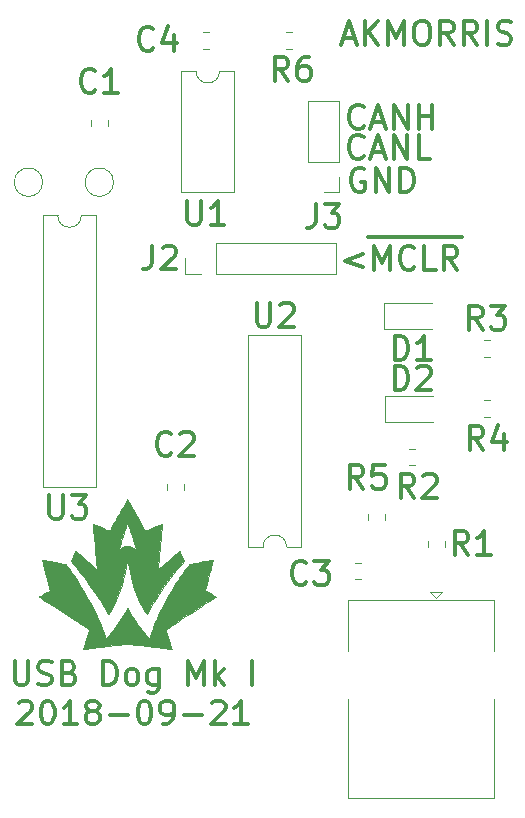
<source format=gto>
G04 #@! TF.GenerationSoftware,KiCad,Pcbnew,5.0.0*
G04 #@! TF.CreationDate,2018-09-21T10:47:12-04:00*
G04 #@! TF.ProjectId,usbdbg,7573626462672E6B696361645F706362,rev?*
G04 #@! TF.SameCoordinates,Original*
G04 #@! TF.FileFunction,Legend,Top*
G04 #@! TF.FilePolarity,Positive*
%FSLAX46Y46*%
G04 Gerber Fmt 4.6, Leading zero omitted, Abs format (unit mm)*
G04 Created by KiCad (PCBNEW 5.0.0) date Fri Sep 21 10:47:12 2018*
%MOMM*%
%LPD*%
G01*
G04 APERTURE LIST*
%ADD10C,0.350000*%
%ADD11C,0.120000*%
%ADD12C,0.010000*%
G04 APERTURE END LIST*
D10*
X152670761Y-60785333D02*
X153623142Y-60785333D01*
X152480285Y-61356761D02*
X153146952Y-59356761D01*
X153813619Y-61356761D01*
X154480285Y-61356761D02*
X154480285Y-59356761D01*
X155623142Y-61356761D02*
X154766000Y-60213904D01*
X155623142Y-59356761D02*
X154480285Y-60499619D01*
X156480285Y-61356761D02*
X156480285Y-59356761D01*
X157146952Y-60785333D01*
X157813619Y-59356761D01*
X157813619Y-61356761D01*
X159146952Y-59356761D02*
X159527904Y-59356761D01*
X159718380Y-59452000D01*
X159908857Y-59642476D01*
X160004095Y-60023428D01*
X160004095Y-60690095D01*
X159908857Y-61071047D01*
X159718380Y-61261523D01*
X159527904Y-61356761D01*
X159146952Y-61356761D01*
X158956476Y-61261523D01*
X158766000Y-61071047D01*
X158670761Y-60690095D01*
X158670761Y-60023428D01*
X158766000Y-59642476D01*
X158956476Y-59452000D01*
X159146952Y-59356761D01*
X162004095Y-61356761D02*
X161337428Y-60404380D01*
X160861238Y-61356761D02*
X160861238Y-59356761D01*
X161623142Y-59356761D01*
X161813619Y-59452000D01*
X161908857Y-59547238D01*
X162004095Y-59737714D01*
X162004095Y-60023428D01*
X161908857Y-60213904D01*
X161813619Y-60309142D01*
X161623142Y-60404380D01*
X160861238Y-60404380D01*
X164004095Y-61356761D02*
X163337428Y-60404380D01*
X162861238Y-61356761D02*
X162861238Y-59356761D01*
X163623142Y-59356761D01*
X163813619Y-59452000D01*
X163908857Y-59547238D01*
X164004095Y-59737714D01*
X164004095Y-60023428D01*
X163908857Y-60213904D01*
X163813619Y-60309142D01*
X163623142Y-60404380D01*
X162861238Y-60404380D01*
X164861238Y-61356761D02*
X164861238Y-59356761D01*
X165718380Y-61261523D02*
X166004095Y-61356761D01*
X166480285Y-61356761D01*
X166670761Y-61261523D01*
X166766000Y-61166285D01*
X166861238Y-60975809D01*
X166861238Y-60785333D01*
X166766000Y-60594857D01*
X166670761Y-60499619D01*
X166480285Y-60404380D01*
X166099333Y-60309142D01*
X165908857Y-60213904D01*
X165813619Y-60118666D01*
X165718380Y-59928190D01*
X165718380Y-59737714D01*
X165813619Y-59547238D01*
X165908857Y-59452000D01*
X166099333Y-59356761D01*
X166575523Y-59356761D01*
X166861238Y-59452000D01*
X154289523Y-79073428D02*
X152765714Y-79644857D01*
X154289523Y-80216285D01*
X154765714Y-77607000D02*
X157051428Y-77607000D01*
X155241904Y-80406761D02*
X155241904Y-78406761D01*
X155908571Y-79835333D01*
X156575238Y-78406761D01*
X156575238Y-80406761D01*
X157051428Y-77607000D02*
X159051428Y-77607000D01*
X158670476Y-80216285D02*
X158575238Y-80311523D01*
X158289523Y-80406761D01*
X158099047Y-80406761D01*
X157813333Y-80311523D01*
X157622857Y-80121047D01*
X157527619Y-79930571D01*
X157432380Y-79549619D01*
X157432380Y-79263904D01*
X157527619Y-78882952D01*
X157622857Y-78692476D01*
X157813333Y-78502000D01*
X158099047Y-78406761D01*
X158289523Y-78406761D01*
X158575238Y-78502000D01*
X158670476Y-78597238D01*
X159051428Y-77607000D02*
X160670476Y-77607000D01*
X160480000Y-80406761D02*
X159527619Y-80406761D01*
X159527619Y-78406761D01*
X160670476Y-77607000D02*
X162670476Y-77607000D01*
X162289523Y-80406761D02*
X161622857Y-79454380D01*
X161146666Y-80406761D02*
X161146666Y-78406761D01*
X161908571Y-78406761D01*
X162099047Y-78502000D01*
X162194285Y-78597238D01*
X162289523Y-78787714D01*
X162289523Y-79073428D01*
X162194285Y-79263904D01*
X162099047Y-79359142D01*
X161908571Y-79454380D01*
X161146666Y-79454380D01*
X154432190Y-71898000D02*
X154241714Y-71802761D01*
X153956000Y-71802761D01*
X153670285Y-71898000D01*
X153479809Y-72088476D01*
X153384571Y-72278952D01*
X153289333Y-72659904D01*
X153289333Y-72945619D01*
X153384571Y-73326571D01*
X153479809Y-73517047D01*
X153670285Y-73707523D01*
X153956000Y-73802761D01*
X154146476Y-73802761D01*
X154432190Y-73707523D01*
X154527428Y-73612285D01*
X154527428Y-72945619D01*
X154146476Y-72945619D01*
X155384571Y-73802761D02*
X155384571Y-71802761D01*
X156527428Y-73802761D01*
X156527428Y-71802761D01*
X157479809Y-73802761D02*
X157479809Y-71802761D01*
X157956000Y-71802761D01*
X158241714Y-71898000D01*
X158432190Y-72088476D01*
X158527428Y-72278952D01*
X158622666Y-72659904D01*
X158622666Y-72945619D01*
X158527428Y-73326571D01*
X158432190Y-73517047D01*
X158241714Y-73707523D01*
X157956000Y-73802761D01*
X157479809Y-73802761D01*
X154368761Y-70818285D02*
X154273523Y-70913523D01*
X153987809Y-71008761D01*
X153797333Y-71008761D01*
X153511619Y-70913523D01*
X153321142Y-70723047D01*
X153225904Y-70532571D01*
X153130666Y-70151619D01*
X153130666Y-69865904D01*
X153225904Y-69484952D01*
X153321142Y-69294476D01*
X153511619Y-69104000D01*
X153797333Y-69008761D01*
X153987809Y-69008761D01*
X154273523Y-69104000D01*
X154368761Y-69199238D01*
X155130666Y-70437333D02*
X156083047Y-70437333D01*
X154940190Y-71008761D02*
X155606857Y-69008761D01*
X156273523Y-71008761D01*
X156940190Y-71008761D02*
X156940190Y-69008761D01*
X158083047Y-71008761D01*
X158083047Y-69008761D01*
X159987809Y-71008761D02*
X159035428Y-71008761D01*
X159035428Y-69008761D01*
X154384666Y-68278285D02*
X154289428Y-68373523D01*
X154003714Y-68468761D01*
X153813238Y-68468761D01*
X153527523Y-68373523D01*
X153337047Y-68183047D01*
X153241809Y-67992571D01*
X153146571Y-67611619D01*
X153146571Y-67325904D01*
X153241809Y-66944952D01*
X153337047Y-66754476D01*
X153527523Y-66564000D01*
X153813238Y-66468761D01*
X154003714Y-66468761D01*
X154289428Y-66564000D01*
X154384666Y-66659238D01*
X155146571Y-67897333D02*
X156098952Y-67897333D01*
X154956095Y-68468761D02*
X155622761Y-66468761D01*
X156289428Y-68468761D01*
X156956095Y-68468761D02*
X156956095Y-66468761D01*
X158098952Y-68468761D01*
X158098952Y-66468761D01*
X159051333Y-68468761D02*
X159051333Y-66468761D01*
X159051333Y-67421142D02*
X160194190Y-67421142D01*
X160194190Y-68468761D02*
X160194190Y-66468761D01*
X124826380Y-113561761D02*
X124826380Y-115180809D01*
X124921619Y-115371285D01*
X125016857Y-115466523D01*
X125207333Y-115561761D01*
X125588285Y-115561761D01*
X125778761Y-115466523D01*
X125874000Y-115371285D01*
X125969238Y-115180809D01*
X125969238Y-113561761D01*
X126826380Y-115466523D02*
X127112095Y-115561761D01*
X127588285Y-115561761D01*
X127778761Y-115466523D01*
X127874000Y-115371285D01*
X127969238Y-115180809D01*
X127969238Y-114990333D01*
X127874000Y-114799857D01*
X127778761Y-114704619D01*
X127588285Y-114609380D01*
X127207333Y-114514142D01*
X127016857Y-114418904D01*
X126921619Y-114323666D01*
X126826380Y-114133190D01*
X126826380Y-113942714D01*
X126921619Y-113752238D01*
X127016857Y-113657000D01*
X127207333Y-113561761D01*
X127683523Y-113561761D01*
X127969238Y-113657000D01*
X129493047Y-114514142D02*
X129778761Y-114609380D01*
X129874000Y-114704619D01*
X129969238Y-114895095D01*
X129969238Y-115180809D01*
X129874000Y-115371285D01*
X129778761Y-115466523D01*
X129588285Y-115561761D01*
X128826380Y-115561761D01*
X128826380Y-113561761D01*
X129493047Y-113561761D01*
X129683523Y-113657000D01*
X129778761Y-113752238D01*
X129874000Y-113942714D01*
X129874000Y-114133190D01*
X129778761Y-114323666D01*
X129683523Y-114418904D01*
X129493047Y-114514142D01*
X128826380Y-114514142D01*
X132350190Y-115561761D02*
X132350190Y-113561761D01*
X132826380Y-113561761D01*
X133112095Y-113657000D01*
X133302571Y-113847476D01*
X133397809Y-114037952D01*
X133493047Y-114418904D01*
X133493047Y-114704619D01*
X133397809Y-115085571D01*
X133302571Y-115276047D01*
X133112095Y-115466523D01*
X132826380Y-115561761D01*
X132350190Y-115561761D01*
X134635904Y-115561761D02*
X134445428Y-115466523D01*
X134350190Y-115371285D01*
X134254952Y-115180809D01*
X134254952Y-114609380D01*
X134350190Y-114418904D01*
X134445428Y-114323666D01*
X134635904Y-114228428D01*
X134921619Y-114228428D01*
X135112095Y-114323666D01*
X135207333Y-114418904D01*
X135302571Y-114609380D01*
X135302571Y-115180809D01*
X135207333Y-115371285D01*
X135112095Y-115466523D01*
X134921619Y-115561761D01*
X134635904Y-115561761D01*
X137016857Y-114228428D02*
X137016857Y-115847476D01*
X136921619Y-116037952D01*
X136826380Y-116133190D01*
X136635904Y-116228428D01*
X136350190Y-116228428D01*
X136159714Y-116133190D01*
X137016857Y-115466523D02*
X136826380Y-115561761D01*
X136445428Y-115561761D01*
X136254952Y-115466523D01*
X136159714Y-115371285D01*
X136064476Y-115180809D01*
X136064476Y-114609380D01*
X136159714Y-114418904D01*
X136254952Y-114323666D01*
X136445428Y-114228428D01*
X136826380Y-114228428D01*
X137016857Y-114323666D01*
X139493047Y-115561761D02*
X139493047Y-113561761D01*
X140159714Y-114990333D01*
X140826380Y-113561761D01*
X140826380Y-115561761D01*
X141778761Y-115561761D02*
X141778761Y-113561761D01*
X141969238Y-114799857D02*
X142540666Y-115561761D01*
X142540666Y-114228428D02*
X141778761Y-114990333D01*
X144921619Y-115561761D02*
X144921619Y-113561761D01*
X125159714Y-117102238D02*
X125254952Y-117007000D01*
X125445428Y-116911761D01*
X125921619Y-116911761D01*
X126112095Y-117007000D01*
X126207333Y-117102238D01*
X126302571Y-117292714D01*
X126302571Y-117483190D01*
X126207333Y-117768904D01*
X125064476Y-118911761D01*
X126302571Y-118911761D01*
X127540666Y-116911761D02*
X127731142Y-116911761D01*
X127921619Y-117007000D01*
X128016857Y-117102238D01*
X128112095Y-117292714D01*
X128207333Y-117673666D01*
X128207333Y-118149857D01*
X128112095Y-118530809D01*
X128016857Y-118721285D01*
X127921619Y-118816523D01*
X127731142Y-118911761D01*
X127540666Y-118911761D01*
X127350190Y-118816523D01*
X127254952Y-118721285D01*
X127159714Y-118530809D01*
X127064476Y-118149857D01*
X127064476Y-117673666D01*
X127159714Y-117292714D01*
X127254952Y-117102238D01*
X127350190Y-117007000D01*
X127540666Y-116911761D01*
X130112095Y-118911761D02*
X128969238Y-118911761D01*
X129540666Y-118911761D02*
X129540666Y-116911761D01*
X129350190Y-117197476D01*
X129159714Y-117387952D01*
X128969238Y-117483190D01*
X131254952Y-117768904D02*
X131064476Y-117673666D01*
X130969238Y-117578428D01*
X130874000Y-117387952D01*
X130874000Y-117292714D01*
X130969238Y-117102238D01*
X131064476Y-117007000D01*
X131254952Y-116911761D01*
X131635904Y-116911761D01*
X131826380Y-117007000D01*
X131921619Y-117102238D01*
X132016857Y-117292714D01*
X132016857Y-117387952D01*
X131921619Y-117578428D01*
X131826380Y-117673666D01*
X131635904Y-117768904D01*
X131254952Y-117768904D01*
X131064476Y-117864142D01*
X130969238Y-117959380D01*
X130874000Y-118149857D01*
X130874000Y-118530809D01*
X130969238Y-118721285D01*
X131064476Y-118816523D01*
X131254952Y-118911761D01*
X131635904Y-118911761D01*
X131826380Y-118816523D01*
X131921619Y-118721285D01*
X132016857Y-118530809D01*
X132016857Y-118149857D01*
X131921619Y-117959380D01*
X131826380Y-117864142D01*
X131635904Y-117768904D01*
X132874000Y-118149857D02*
X134397809Y-118149857D01*
X135731142Y-116911761D02*
X135921619Y-116911761D01*
X136112095Y-117007000D01*
X136207333Y-117102238D01*
X136302571Y-117292714D01*
X136397809Y-117673666D01*
X136397809Y-118149857D01*
X136302571Y-118530809D01*
X136207333Y-118721285D01*
X136112095Y-118816523D01*
X135921619Y-118911761D01*
X135731142Y-118911761D01*
X135540666Y-118816523D01*
X135445428Y-118721285D01*
X135350190Y-118530809D01*
X135254952Y-118149857D01*
X135254952Y-117673666D01*
X135350190Y-117292714D01*
X135445428Y-117102238D01*
X135540666Y-117007000D01*
X135731142Y-116911761D01*
X137350190Y-118911761D02*
X137731142Y-118911761D01*
X137921619Y-118816523D01*
X138016857Y-118721285D01*
X138207333Y-118435571D01*
X138302571Y-118054619D01*
X138302571Y-117292714D01*
X138207333Y-117102238D01*
X138112095Y-117007000D01*
X137921619Y-116911761D01*
X137540666Y-116911761D01*
X137350190Y-117007000D01*
X137254952Y-117102238D01*
X137159714Y-117292714D01*
X137159714Y-117768904D01*
X137254952Y-117959380D01*
X137350190Y-118054619D01*
X137540666Y-118149857D01*
X137921619Y-118149857D01*
X138112095Y-118054619D01*
X138207333Y-117959380D01*
X138302571Y-117768904D01*
X139159714Y-118149857D02*
X140683523Y-118149857D01*
X141540666Y-117102238D02*
X141635904Y-117007000D01*
X141826380Y-116911761D01*
X142302571Y-116911761D01*
X142493047Y-117007000D01*
X142588285Y-117102238D01*
X142683523Y-117292714D01*
X142683523Y-117483190D01*
X142588285Y-117768904D01*
X141445428Y-118911761D01*
X142683523Y-118911761D01*
X144588285Y-118911761D02*
X143445428Y-118911761D01*
X144016857Y-118911761D02*
X144016857Y-116911761D01*
X143826380Y-117197476D01*
X143635904Y-117387952D01*
X143445428Y-117483190D01*
D11*
G04 #@! TO.C,J3*
X152330000Y-66130000D02*
X149670000Y-66130000D01*
X152330000Y-71270000D02*
X152330000Y-66130000D01*
X149670000Y-71270000D02*
X149670000Y-66130000D01*
X152330000Y-71270000D02*
X149670000Y-71270000D01*
X152330000Y-72540000D02*
X152330000Y-73870000D01*
X152330000Y-73870000D02*
X151000000Y-73870000D01*
G04 #@! TO.C,U1*
X142190000Y-63590000D02*
G75*
G02X140190000Y-63590000I-1000000J0D01*
G01*
X140190000Y-63590000D02*
X138940000Y-63590000D01*
X138940000Y-63590000D02*
X138940000Y-73870000D01*
X138940000Y-73870000D02*
X143440000Y-73870000D01*
X143440000Y-73870000D02*
X143440000Y-63590000D01*
X143440000Y-63590000D02*
X142190000Y-63590000D01*
G04 #@! TO.C,C1*
X132710000Y-68261252D02*
X132710000Y-67738748D01*
X131290000Y-68261252D02*
X131290000Y-67738748D01*
G04 #@! TO.C,C2*
X139140000Y-98535748D02*
X139140000Y-99058252D01*
X137720000Y-98535748D02*
X137720000Y-99058252D01*
G04 #@! TO.C,C3*
X153662748Y-106628000D02*
X154185252Y-106628000D01*
X153662748Y-105208000D02*
X154185252Y-105208000D01*
G04 #@! TO.C,C4*
X141286252Y-61710000D02*
X140763748Y-61710000D01*
X141286252Y-60290000D02*
X140763748Y-60290000D01*
G04 #@! TO.C,J2*
X152058000Y-80774000D02*
X152058000Y-78114000D01*
X141838000Y-80774000D02*
X152058000Y-80774000D01*
X141838000Y-78114000D02*
X152058000Y-78114000D01*
X141838000Y-80774000D02*
X141838000Y-78114000D01*
X140568000Y-80774000D02*
X139238000Y-80774000D01*
X139238000Y-80774000D02*
X139238000Y-79444000D01*
G04 #@! TO.C,J1*
X165410000Y-112660000D02*
X165410000Y-108400000D01*
X165410000Y-108400000D02*
X153090000Y-108400000D01*
X153090000Y-108400000D02*
X153090000Y-112660000D01*
X165410000Y-116760000D02*
X165410000Y-125120000D01*
X165410000Y-125120000D02*
X153090000Y-125120000D01*
X153090000Y-125120000D02*
X153090000Y-116760000D01*
X160500000Y-108180000D02*
X161000000Y-107680000D01*
X161000000Y-107680000D02*
X160000000Y-107680000D01*
X160000000Y-107680000D02*
X160500000Y-108180000D01*
G04 #@! TO.C,D1*
X156072500Y-85463000D02*
X160132500Y-85463000D01*
X156072500Y-83193000D02*
X156072500Y-85463000D01*
X160132500Y-83193000D02*
X156072500Y-83193000D01*
G04 #@! TO.C,D2*
X160280500Y-91067000D02*
X156220500Y-91067000D01*
X156220500Y-91067000D02*
X156220500Y-93337000D01*
X156220500Y-93337000D02*
X160280500Y-93337000D01*
G04 #@! TO.C,U2*
X145858000Y-103874000D02*
G75*
G02X147858000Y-103874000I1000000J0D01*
G01*
X147858000Y-103874000D02*
X149108000Y-103874000D01*
X149108000Y-103874000D02*
X149108000Y-85974000D01*
X149108000Y-85974000D02*
X144608000Y-85974000D01*
X144608000Y-85974000D02*
X144608000Y-103874000D01*
X144608000Y-103874000D02*
X145858000Y-103874000D01*
G04 #@! TO.C,U3*
X130478000Y-75814000D02*
G75*
G02X128478000Y-75814000I-1000000J0D01*
G01*
X128478000Y-75814000D02*
X127228000Y-75814000D01*
X127228000Y-75814000D02*
X127228000Y-98794000D01*
X127228000Y-98794000D02*
X131728000Y-98794000D01*
X131728000Y-98794000D02*
X131728000Y-75814000D01*
X131728000Y-75814000D02*
X130478000Y-75814000D01*
G04 #@! TO.C,R1*
X159818000Y-103370748D02*
X159818000Y-103893252D01*
X161238000Y-103370748D02*
X161238000Y-103893252D01*
G04 #@! TO.C,R2*
X158766252Y-96976000D02*
X158243748Y-96976000D01*
X158766252Y-95556000D02*
X158243748Y-95556000D01*
G04 #@! TO.C,R3*
X164527748Y-87810000D02*
X165050252Y-87810000D01*
X164527748Y-86390000D02*
X165050252Y-86390000D01*
G04 #@! TO.C,R4*
X165075252Y-92885000D02*
X164552748Y-92885000D01*
X165075252Y-91465000D02*
X164552748Y-91465000D01*
G04 #@! TO.C,R5*
X156158000Y-101607252D02*
X156158000Y-101084748D01*
X154738000Y-101607252D02*
X154738000Y-101084748D01*
G04 #@! TO.C,R6*
X148286252Y-61710000D02*
X147763748Y-61710000D01*
X148286252Y-60290000D02*
X147763748Y-60290000D01*
G04 #@! TO.C,TP2*
X133200000Y-73000000D02*
G75*
G03X133200000Y-73000000I-1200000J0D01*
G01*
G04 #@! TO.C,TP1*
X127200000Y-73000000D02*
G75*
G03X127200000Y-73000000I-1200000J0D01*
G01*
D12*
G04 #@! TO.C,G\002A\002A\002A*
G36*
X134389736Y-99867442D02*
X134421531Y-99918919D01*
X134470171Y-100001171D01*
X134534005Y-100111305D01*
X134611384Y-100246429D01*
X134700658Y-100403650D01*
X134800177Y-100580075D01*
X134908290Y-100772813D01*
X135023348Y-100978971D01*
X135123134Y-101158554D01*
X135242867Y-101374413D01*
X135356922Y-101579941D01*
X135463648Y-101772168D01*
X135561393Y-101948123D01*
X135648506Y-102104837D01*
X135723335Y-102239340D01*
X135784229Y-102348662D01*
X135829537Y-102429833D01*
X135857608Y-102479885D01*
X135866590Y-102495597D01*
X135879257Y-102499807D01*
X135908807Y-102494857D01*
X135958304Y-102479563D01*
X136030814Y-102452743D01*
X136129402Y-102413213D01*
X136257135Y-102359790D01*
X136417078Y-102291291D01*
X136587739Y-102217237D01*
X136748035Y-102147880D01*
X136896205Y-102084713D01*
X137027935Y-102029504D01*
X137138910Y-101984022D01*
X137224814Y-101950034D01*
X137281331Y-101929306D01*
X137304147Y-101923608D01*
X137304294Y-101923714D01*
X137304236Y-101945926D01*
X137300381Y-102006765D01*
X137292987Y-102103310D01*
X137282314Y-102232644D01*
X137268620Y-102391848D01*
X137252162Y-102578002D01*
X137233200Y-102788189D01*
X137211992Y-103019490D01*
X137188797Y-103268985D01*
X137163873Y-103533756D01*
X137137479Y-103810885D01*
X137133060Y-103856973D01*
X137106411Y-104135730D01*
X137081103Y-104402525D01*
X137057399Y-104654445D01*
X137035566Y-104888582D01*
X137015869Y-105102025D01*
X136998571Y-105291863D01*
X136983937Y-105455187D01*
X136972234Y-105589087D01*
X136963725Y-105690651D01*
X136958675Y-105756970D01*
X136957350Y-105785134D01*
X136957508Y-105785912D01*
X136974240Y-105774040D01*
X137019336Y-105736779D01*
X137090023Y-105676543D01*
X137183530Y-105595745D01*
X137297084Y-105496801D01*
X137427914Y-105382124D01*
X137573247Y-105254127D01*
X137730313Y-105115225D01*
X137869224Y-104991941D01*
X138034319Y-104845442D01*
X138190251Y-104707569D01*
X138334214Y-104580771D01*
X138463399Y-104467495D01*
X138575001Y-104370191D01*
X138666213Y-104291306D01*
X138734228Y-104233291D01*
X138776239Y-104198593D01*
X138789347Y-104189255D01*
X138795720Y-104193928D01*
X138805511Y-104210260D01*
X138820077Y-104241721D01*
X138840777Y-104291780D01*
X138868968Y-104363908D01*
X138906007Y-104461574D01*
X138953253Y-104588248D01*
X139012061Y-104747400D01*
X139079968Y-104932088D01*
X139141971Y-105100968D01*
X138964118Y-105306143D01*
X138734651Y-105577579D01*
X138493969Y-105874765D01*
X138245449Y-106192874D01*
X137992465Y-106527075D01*
X137738395Y-106872541D01*
X137486614Y-107224443D01*
X137240499Y-107577951D01*
X137003424Y-107928238D01*
X136778768Y-108270473D01*
X136569904Y-108599829D01*
X136380210Y-108911477D01*
X136213061Y-109200588D01*
X136112098Y-109385428D01*
X135998754Y-109598928D01*
X135929906Y-109498860D01*
X135798659Y-109293829D01*
X135662660Y-109054876D01*
X135525181Y-108789043D01*
X135389492Y-108503372D01*
X135258862Y-108204906D01*
X135136563Y-107900687D01*
X135025865Y-107597756D01*
X134971257Y-107434695D01*
X134872786Y-107113682D01*
X134774221Y-106761028D01*
X134678049Y-106386757D01*
X134586753Y-106000890D01*
X134502819Y-105613449D01*
X134437519Y-105281834D01*
X134378384Y-104965620D01*
X134270937Y-105500979D01*
X134152198Y-106058487D01*
X134027114Y-106577758D01*
X133894559Y-107061969D01*
X133753409Y-107514299D01*
X133602537Y-107937924D01*
X133440819Y-108336022D01*
X133267129Y-108711770D01*
X133080343Y-109068346D01*
X132897209Y-109380186D01*
X132847346Y-109459411D01*
X132804723Y-109524647D01*
X132774507Y-109568136D01*
X132762777Y-109582032D01*
X132747286Y-109568985D01*
X132718449Y-109526099D01*
X132681172Y-109461076D01*
X132659355Y-109419655D01*
X132538046Y-109193624D01*
X132392215Y-108940424D01*
X132224824Y-108664301D01*
X132038836Y-108369502D01*
X131837215Y-108060272D01*
X131622924Y-107740859D01*
X131398926Y-107415507D01*
X131168184Y-107088463D01*
X130933662Y-106763975D01*
X130698322Y-106446286D01*
X130465129Y-106139645D01*
X130237044Y-105848297D01*
X130017032Y-105576488D01*
X129808055Y-105328464D01*
X129788754Y-105306143D01*
X129610901Y-105100968D01*
X129672903Y-104932088D01*
X129743979Y-104738798D01*
X129802197Y-104581289D01*
X129848913Y-104456091D01*
X129885482Y-104359738D01*
X129913260Y-104288761D01*
X129933604Y-104239694D01*
X129947867Y-104209067D01*
X129957407Y-104193415D01*
X129963302Y-104189255D01*
X129981568Y-104202740D01*
X130028179Y-104241561D01*
X130100328Y-104303273D01*
X130195208Y-104385428D01*
X130310012Y-104485578D01*
X130441934Y-104601277D01*
X130588168Y-104730077D01*
X130745906Y-104869532D01*
X130883658Y-104991709D01*
X131048500Y-105137854D01*
X131203926Y-105275132D01*
X131347166Y-105401129D01*
X131475447Y-105513432D01*
X131585997Y-105609627D01*
X131676044Y-105687303D01*
X131742817Y-105744044D01*
X131783543Y-105777438D01*
X131795596Y-105785680D01*
X131794878Y-105764138D01*
X131790394Y-105703958D01*
X131782408Y-105608052D01*
X131771186Y-105479328D01*
X131756994Y-105320696D01*
X131740096Y-105135067D01*
X131720757Y-104925349D01*
X131699243Y-104694452D01*
X131675819Y-104445287D01*
X131650750Y-104180763D01*
X131647510Y-104146830D01*
X133618064Y-104146830D01*
X133625690Y-104149056D01*
X133656359Y-104126470D01*
X133703685Y-104083862D01*
X133709809Y-104077989D01*
X133783642Y-104016529D01*
X133875389Y-103953530D01*
X133959016Y-103905905D01*
X134145297Y-103835170D01*
X134334392Y-103804969D01*
X134522177Y-103814674D01*
X134704522Y-103863659D01*
X134877302Y-103951295D01*
X135027176Y-104068234D01*
X135080589Y-104115820D01*
X135118505Y-104144926D01*
X135134665Y-104150923D01*
X135134332Y-104147513D01*
X135126281Y-104122411D01*
X135106937Y-104061030D01*
X135077416Y-103966946D01*
X135038837Y-103843732D01*
X134992317Y-103694964D01*
X134938976Y-103524217D01*
X134879929Y-103335066D01*
X134816296Y-103131086D01*
X134752532Y-102926560D01*
X134685854Y-102712746D01*
X134622902Y-102511115D01*
X134564765Y-102325137D01*
X134512530Y-102158282D01*
X134467286Y-102014022D01*
X134430123Y-101895827D01*
X134402127Y-101807169D01*
X134384389Y-101751517D01*
X134378009Y-101732351D01*
X134371308Y-101750873D01*
X134353299Y-101805826D01*
X134325066Y-101893779D01*
X134287694Y-102011305D01*
X134242267Y-102154972D01*
X134189870Y-102321353D01*
X134131587Y-102507016D01*
X134068502Y-102708534D01*
X134001849Y-102921998D01*
X133934722Y-103137156D01*
X133871107Y-103340870D01*
X133812123Y-103529575D01*
X133758886Y-103699707D01*
X133712514Y-103847699D01*
X133674122Y-103969988D01*
X133644829Y-104063009D01*
X133625751Y-104123196D01*
X133618064Y-104146830D01*
X131647510Y-104146830D01*
X131624302Y-103903790D01*
X131619812Y-103856973D01*
X131593204Y-103578103D01*
X131568029Y-103311113D01*
X131544544Y-103058920D01*
X131523007Y-102824444D01*
X131503678Y-102610604D01*
X131486813Y-102420320D01*
X131472672Y-102256509D01*
X131461512Y-102122092D01*
X131453592Y-102019987D01*
X131449170Y-101953113D01*
X131448504Y-101924390D01*
X131448768Y-101923524D01*
X131470250Y-101928546D01*
X131525591Y-101948651D01*
X131610464Y-101982070D01*
X131720538Y-102027033D01*
X131851484Y-102081772D01*
X131998974Y-102144517D01*
X132158677Y-102213501D01*
X132161978Y-102214937D01*
X132321717Y-102284375D01*
X132469036Y-102348254D01*
X132599642Y-102404727D01*
X132709243Y-102451945D01*
X132793547Y-102488057D01*
X132848262Y-102511216D01*
X132869095Y-102519572D01*
X132869137Y-102519576D01*
X132880160Y-102501787D01*
X132909779Y-102450327D01*
X132956392Y-102368057D01*
X133018401Y-102257837D01*
X133094205Y-102122527D01*
X133182204Y-101964987D01*
X133280798Y-101788080D01*
X133388386Y-101594663D01*
X133503370Y-101387599D01*
X133615939Y-101184564D01*
X133736619Y-100967243D01*
X133851736Y-100760914D01*
X133959660Y-100568442D01*
X134058759Y-100392690D01*
X134147400Y-100236524D01*
X134223952Y-100102808D01*
X134286783Y-99994405D01*
X134334261Y-99914181D01*
X134364755Y-99865000D01*
X134376436Y-99849631D01*
X134389736Y-99867442D01*
X134389736Y-99867442D01*
G37*
X134389736Y-99867442D02*
X134421531Y-99918919D01*
X134470171Y-100001171D01*
X134534005Y-100111305D01*
X134611384Y-100246429D01*
X134700658Y-100403650D01*
X134800177Y-100580075D01*
X134908290Y-100772813D01*
X135023348Y-100978971D01*
X135123134Y-101158554D01*
X135242867Y-101374413D01*
X135356922Y-101579941D01*
X135463648Y-101772168D01*
X135561393Y-101948123D01*
X135648506Y-102104837D01*
X135723335Y-102239340D01*
X135784229Y-102348662D01*
X135829537Y-102429833D01*
X135857608Y-102479885D01*
X135866590Y-102495597D01*
X135879257Y-102499807D01*
X135908807Y-102494857D01*
X135958304Y-102479563D01*
X136030814Y-102452743D01*
X136129402Y-102413213D01*
X136257135Y-102359790D01*
X136417078Y-102291291D01*
X136587739Y-102217237D01*
X136748035Y-102147880D01*
X136896205Y-102084713D01*
X137027935Y-102029504D01*
X137138910Y-101984022D01*
X137224814Y-101950034D01*
X137281331Y-101929306D01*
X137304147Y-101923608D01*
X137304294Y-101923714D01*
X137304236Y-101945926D01*
X137300381Y-102006765D01*
X137292987Y-102103310D01*
X137282314Y-102232644D01*
X137268620Y-102391848D01*
X137252162Y-102578002D01*
X137233200Y-102788189D01*
X137211992Y-103019490D01*
X137188797Y-103268985D01*
X137163873Y-103533756D01*
X137137479Y-103810885D01*
X137133060Y-103856973D01*
X137106411Y-104135730D01*
X137081103Y-104402525D01*
X137057399Y-104654445D01*
X137035566Y-104888582D01*
X137015869Y-105102025D01*
X136998571Y-105291863D01*
X136983937Y-105455187D01*
X136972234Y-105589087D01*
X136963725Y-105690651D01*
X136958675Y-105756970D01*
X136957350Y-105785134D01*
X136957508Y-105785912D01*
X136974240Y-105774040D01*
X137019336Y-105736779D01*
X137090023Y-105676543D01*
X137183530Y-105595745D01*
X137297084Y-105496801D01*
X137427914Y-105382124D01*
X137573247Y-105254127D01*
X137730313Y-105115225D01*
X137869224Y-104991941D01*
X138034319Y-104845442D01*
X138190251Y-104707569D01*
X138334214Y-104580771D01*
X138463399Y-104467495D01*
X138575001Y-104370191D01*
X138666213Y-104291306D01*
X138734228Y-104233291D01*
X138776239Y-104198593D01*
X138789347Y-104189255D01*
X138795720Y-104193928D01*
X138805511Y-104210260D01*
X138820077Y-104241721D01*
X138840777Y-104291780D01*
X138868968Y-104363908D01*
X138906007Y-104461574D01*
X138953253Y-104588248D01*
X139012061Y-104747400D01*
X139079968Y-104932088D01*
X139141971Y-105100968D01*
X138964118Y-105306143D01*
X138734651Y-105577579D01*
X138493969Y-105874765D01*
X138245449Y-106192874D01*
X137992465Y-106527075D01*
X137738395Y-106872541D01*
X137486614Y-107224443D01*
X137240499Y-107577951D01*
X137003424Y-107928238D01*
X136778768Y-108270473D01*
X136569904Y-108599829D01*
X136380210Y-108911477D01*
X136213061Y-109200588D01*
X136112098Y-109385428D01*
X135998754Y-109598928D01*
X135929906Y-109498860D01*
X135798659Y-109293829D01*
X135662660Y-109054876D01*
X135525181Y-108789043D01*
X135389492Y-108503372D01*
X135258862Y-108204906D01*
X135136563Y-107900687D01*
X135025865Y-107597756D01*
X134971257Y-107434695D01*
X134872786Y-107113682D01*
X134774221Y-106761028D01*
X134678049Y-106386757D01*
X134586753Y-106000890D01*
X134502819Y-105613449D01*
X134437519Y-105281834D01*
X134378384Y-104965620D01*
X134270937Y-105500979D01*
X134152198Y-106058487D01*
X134027114Y-106577758D01*
X133894559Y-107061969D01*
X133753409Y-107514299D01*
X133602537Y-107937924D01*
X133440819Y-108336022D01*
X133267129Y-108711770D01*
X133080343Y-109068346D01*
X132897209Y-109380186D01*
X132847346Y-109459411D01*
X132804723Y-109524647D01*
X132774507Y-109568136D01*
X132762777Y-109582032D01*
X132747286Y-109568985D01*
X132718449Y-109526099D01*
X132681172Y-109461076D01*
X132659355Y-109419655D01*
X132538046Y-109193624D01*
X132392215Y-108940424D01*
X132224824Y-108664301D01*
X132038836Y-108369502D01*
X131837215Y-108060272D01*
X131622924Y-107740859D01*
X131398926Y-107415507D01*
X131168184Y-107088463D01*
X130933662Y-106763975D01*
X130698322Y-106446286D01*
X130465129Y-106139645D01*
X130237044Y-105848297D01*
X130017032Y-105576488D01*
X129808055Y-105328464D01*
X129788754Y-105306143D01*
X129610901Y-105100968D01*
X129672903Y-104932088D01*
X129743979Y-104738798D01*
X129802197Y-104581289D01*
X129848913Y-104456091D01*
X129885482Y-104359738D01*
X129913260Y-104288761D01*
X129933604Y-104239694D01*
X129947867Y-104209067D01*
X129957407Y-104193415D01*
X129963302Y-104189255D01*
X129981568Y-104202740D01*
X130028179Y-104241561D01*
X130100328Y-104303273D01*
X130195208Y-104385428D01*
X130310012Y-104485578D01*
X130441934Y-104601277D01*
X130588168Y-104730077D01*
X130745906Y-104869532D01*
X130883658Y-104991709D01*
X131048500Y-105137854D01*
X131203926Y-105275132D01*
X131347166Y-105401129D01*
X131475447Y-105513432D01*
X131585997Y-105609627D01*
X131676044Y-105687303D01*
X131742817Y-105744044D01*
X131783543Y-105777438D01*
X131795596Y-105785680D01*
X131794878Y-105764138D01*
X131790394Y-105703958D01*
X131782408Y-105608052D01*
X131771186Y-105479328D01*
X131756994Y-105320696D01*
X131740096Y-105135067D01*
X131720757Y-104925349D01*
X131699243Y-104694452D01*
X131675819Y-104445287D01*
X131650750Y-104180763D01*
X131647510Y-104146830D01*
X133618064Y-104146830D01*
X133625690Y-104149056D01*
X133656359Y-104126470D01*
X133703685Y-104083862D01*
X133709809Y-104077989D01*
X133783642Y-104016529D01*
X133875389Y-103953530D01*
X133959016Y-103905905D01*
X134145297Y-103835170D01*
X134334392Y-103804969D01*
X134522177Y-103814674D01*
X134704522Y-103863659D01*
X134877302Y-103951295D01*
X135027176Y-104068234D01*
X135080589Y-104115820D01*
X135118505Y-104144926D01*
X135134665Y-104150923D01*
X135134332Y-104147513D01*
X135126281Y-104122411D01*
X135106937Y-104061030D01*
X135077416Y-103966946D01*
X135038837Y-103843732D01*
X134992317Y-103694964D01*
X134938976Y-103524217D01*
X134879929Y-103335066D01*
X134816296Y-103131086D01*
X134752532Y-102926560D01*
X134685854Y-102712746D01*
X134622902Y-102511115D01*
X134564765Y-102325137D01*
X134512530Y-102158282D01*
X134467286Y-102014022D01*
X134430123Y-101895827D01*
X134402127Y-101807169D01*
X134384389Y-101751517D01*
X134378009Y-101732351D01*
X134371308Y-101750873D01*
X134353299Y-101805826D01*
X134325066Y-101893779D01*
X134287694Y-102011305D01*
X134242267Y-102154972D01*
X134189870Y-102321353D01*
X134131587Y-102507016D01*
X134068502Y-102708534D01*
X134001849Y-102921998D01*
X133934722Y-103137156D01*
X133871107Y-103340870D01*
X133812123Y-103529575D01*
X133758886Y-103699707D01*
X133712514Y-103847699D01*
X133674122Y-103969988D01*
X133644829Y-104063009D01*
X133625751Y-104123196D01*
X133618064Y-104146830D01*
X131647510Y-104146830D01*
X131624302Y-103903790D01*
X131619812Y-103856973D01*
X131593204Y-103578103D01*
X131568029Y-103311113D01*
X131544544Y-103058920D01*
X131523007Y-102824444D01*
X131503678Y-102610604D01*
X131486813Y-102420320D01*
X131472672Y-102256509D01*
X131461512Y-102122092D01*
X131453592Y-102019987D01*
X131449170Y-101953113D01*
X131448504Y-101924390D01*
X131448768Y-101923524D01*
X131470250Y-101928546D01*
X131525591Y-101948651D01*
X131610464Y-101982070D01*
X131720538Y-102027033D01*
X131851484Y-102081772D01*
X131998974Y-102144517D01*
X132158677Y-102213501D01*
X132161978Y-102214937D01*
X132321717Y-102284375D01*
X132469036Y-102348254D01*
X132599642Y-102404727D01*
X132709243Y-102451945D01*
X132793547Y-102488057D01*
X132848262Y-102511216D01*
X132869095Y-102519572D01*
X132869137Y-102519576D01*
X132880160Y-102501787D01*
X132909779Y-102450327D01*
X132956392Y-102368057D01*
X133018401Y-102257837D01*
X133094205Y-102122527D01*
X133182204Y-101964987D01*
X133280798Y-101788080D01*
X133388386Y-101594663D01*
X133503370Y-101387599D01*
X133615939Y-101184564D01*
X133736619Y-100967243D01*
X133851736Y-100760914D01*
X133959660Y-100568442D01*
X134058759Y-100392690D01*
X134147400Y-100236524D01*
X134223952Y-100102808D01*
X134286783Y-99994405D01*
X134334261Y-99914181D01*
X134364755Y-99865000D01*
X134376436Y-99849631D01*
X134389736Y-99867442D01*
G36*
X127170062Y-104954241D02*
X127228055Y-104964529D01*
X127318987Y-104981415D01*
X127438855Y-105004135D01*
X127583656Y-105031924D01*
X127749388Y-105064019D01*
X127932049Y-105099656D01*
X128127635Y-105138072D01*
X128130991Y-105138733D01*
X128372674Y-105186689D01*
X128576012Y-105227803D01*
X128743728Y-105262693D01*
X128878547Y-105291979D01*
X128983192Y-105316281D01*
X129060389Y-105336218D01*
X129112860Y-105352409D01*
X129143329Y-105365474D01*
X129150735Y-105370630D01*
X129188139Y-105410887D01*
X129245581Y-105481155D01*
X129319723Y-105576860D01*
X129407230Y-105693429D01*
X129504765Y-105826288D01*
X129608992Y-105970865D01*
X129716574Y-106122585D01*
X129824176Y-106276876D01*
X129928461Y-106429164D01*
X129994018Y-106526603D01*
X130303738Y-107003774D01*
X130607186Y-107496964D01*
X130900912Y-107999785D01*
X131181468Y-108505848D01*
X131445405Y-109008763D01*
X131689273Y-109502142D01*
X131909625Y-109979595D01*
X132100966Y-110429683D01*
X132149206Y-110552689D01*
X132201641Y-110693073D01*
X132255811Y-110843573D01*
X132309254Y-110996924D01*
X132359510Y-111145863D01*
X132404119Y-111283127D01*
X132440619Y-111401453D01*
X132466549Y-111493578D01*
X132477683Y-111541645D01*
X132490454Y-111591560D01*
X132503871Y-111618041D01*
X132506739Y-111619329D01*
X132526767Y-111604213D01*
X132569709Y-111561948D01*
X132631412Y-111497162D01*
X132707719Y-111414481D01*
X132794477Y-111318532D01*
X132887531Y-111213942D01*
X132982726Y-111105337D01*
X133075907Y-110997344D01*
X133162920Y-110894589D01*
X133226460Y-110817844D01*
X133421053Y-110572214D01*
X133600248Y-110329228D01*
X133770415Y-110079365D01*
X133937920Y-109813104D01*
X134109131Y-109520925D01*
X134188483Y-109379533D01*
X134247571Y-109275418D01*
X134300515Y-109186671D01*
X134343867Y-109118707D01*
X134374180Y-109076940D01*
X134387771Y-109066468D01*
X134403568Y-109090637D01*
X134434509Y-109143727D01*
X134476085Y-109217833D01*
X134522491Y-109302649D01*
X134753160Y-109710177D01*
X134987570Y-110085356D01*
X135231893Y-110437505D01*
X135492303Y-110775946D01*
X135524694Y-110815796D01*
X135604003Y-110911332D01*
X135692789Y-111015792D01*
X135786910Y-111124558D01*
X135882221Y-111233016D01*
X135974577Y-111336550D01*
X136059834Y-111430544D01*
X136133849Y-111510381D01*
X136192476Y-111571446D01*
X136231572Y-111609124D01*
X136246133Y-111619329D01*
X136258867Y-111601054D01*
X136272306Y-111555730D01*
X136275189Y-111541645D01*
X136291429Y-111474323D01*
X136320111Y-111375273D01*
X136358774Y-111251758D01*
X136404956Y-111111042D01*
X136456198Y-110960387D01*
X136510039Y-110807058D01*
X136564018Y-110658316D01*
X136615674Y-110521426D01*
X136651906Y-110429683D01*
X136841799Y-109983057D01*
X137058238Y-109513865D01*
X137297750Y-109028540D01*
X137556861Y-108533520D01*
X137832099Y-108035240D01*
X138119988Y-107540137D01*
X138417057Y-107054645D01*
X138719831Y-106585201D01*
X138756782Y-106529652D01*
X138856903Y-106381408D01*
X138962573Y-106228066D01*
X139070465Y-106074193D01*
X139177247Y-105924356D01*
X139279590Y-105783122D01*
X139374164Y-105655058D01*
X139457639Y-105544731D01*
X139526687Y-105456707D01*
X139577976Y-105395554D01*
X139601225Y-105371455D01*
X139623277Y-105359553D01*
X139667920Y-105344423D01*
X139737698Y-105325487D01*
X139835156Y-105302167D01*
X139962839Y-105273886D01*
X140123293Y-105240066D01*
X140319062Y-105200129D01*
X140552690Y-105153498D01*
X140620970Y-105140005D01*
X140816830Y-105101483D01*
X140999834Y-105065711D01*
X141165980Y-105033456D01*
X141311267Y-105005484D01*
X141431697Y-104982560D01*
X141523267Y-104965452D01*
X141581978Y-104954925D01*
X141603828Y-104951745D01*
X141603862Y-104951762D01*
X141599630Y-104971856D01*
X141586094Y-105028249D01*
X141564302Y-105116801D01*
X141535307Y-105233372D01*
X141500157Y-105373825D01*
X141459902Y-105534019D01*
X141415594Y-105709816D01*
X141368281Y-105897077D01*
X141319015Y-106091661D01*
X141268844Y-106289432D01*
X141218820Y-106486248D01*
X141169992Y-106677972D01*
X141123411Y-106860463D01*
X141080126Y-107029584D01*
X141041187Y-107181194D01*
X141007645Y-107311155D01*
X140980550Y-107415327D01*
X140960952Y-107489573D01*
X140949900Y-107529751D01*
X140949423Y-107531348D01*
X140954491Y-107547246D01*
X140979391Y-107571408D01*
X141027351Y-107605955D01*
X141101600Y-107653004D01*
X141205365Y-107714675D01*
X141341877Y-107793087D01*
X141388472Y-107819498D01*
X141512127Y-107890048D01*
X141622764Y-107954365D01*
X141715469Y-108009493D01*
X141785325Y-108052476D01*
X141827418Y-108080358D01*
X141837816Y-108089672D01*
X141820682Y-108102903D01*
X141770699Y-108137502D01*
X141690002Y-108192058D01*
X141580723Y-108265165D01*
X141444996Y-108355412D01*
X141284954Y-108461392D01*
X141102729Y-108581695D01*
X140900455Y-108714913D01*
X140680266Y-108859636D01*
X140444293Y-109014458D01*
X140194671Y-109177968D01*
X139933531Y-109348757D01*
X139730088Y-109481637D01*
X139461631Y-109657051D01*
X139203076Y-109826321D01*
X138956558Y-109988033D01*
X138724213Y-110140774D01*
X138508173Y-110283129D01*
X138310573Y-110413684D01*
X138133548Y-110531024D01*
X137979233Y-110633737D01*
X137849760Y-110720406D01*
X137747266Y-110789620D01*
X137673884Y-110839962D01*
X137631748Y-110870020D01*
X137621936Y-110878409D01*
X137627957Y-110902258D01*
X137645317Y-110961530D01*
X137672676Y-111051879D01*
X137708694Y-111168957D01*
X137752032Y-111308418D01*
X137801349Y-111465916D01*
X137855306Y-111637102D01*
X137874734Y-111698486D01*
X137929584Y-111872962D01*
X137979682Y-112034965D01*
X138023763Y-112180205D01*
X138060562Y-112304392D01*
X138088816Y-112403237D01*
X138107260Y-112472451D01*
X138114629Y-112507744D01*
X138114342Y-112511306D01*
X138092076Y-112510873D01*
X138031330Y-112505714D01*
X137935058Y-112496159D01*
X137806213Y-112482540D01*
X137647751Y-112465188D01*
X137462625Y-112444434D01*
X137253790Y-112420610D01*
X137024199Y-112394046D01*
X136776807Y-112365074D01*
X136514568Y-112334025D01*
X136240436Y-112301230D01*
X136238582Y-112301007D01*
X134376436Y-112077093D01*
X132552451Y-112296938D01*
X132280133Y-112329694D01*
X132019019Y-112360974D01*
X131772173Y-112390418D01*
X131542657Y-112417667D01*
X131333536Y-112442361D01*
X131147873Y-112464141D01*
X130988731Y-112482647D01*
X130859175Y-112497519D01*
X130762269Y-112508398D01*
X130701075Y-112514925D01*
X130679279Y-112516782D01*
X130641492Y-112510518D01*
X130630092Y-112499459D01*
X130636205Y-112476386D01*
X130653642Y-112417889D01*
X130681053Y-112328320D01*
X130717091Y-112212026D01*
X130760404Y-112073357D01*
X130809644Y-111916661D01*
X130863461Y-111746288D01*
X130880544Y-111692378D01*
X130935518Y-111518465D01*
X130986312Y-111356690D01*
X131031575Y-111211437D01*
X131069957Y-111087093D01*
X131100104Y-110988043D01*
X131120667Y-110918673D01*
X131130292Y-110883369D01*
X131130846Y-110880078D01*
X131113687Y-110866017D01*
X131063673Y-110830608D01*
X130982939Y-110775270D01*
X130873616Y-110701416D01*
X130737841Y-110610464D01*
X130577747Y-110503830D01*
X130395467Y-110382930D01*
X130193137Y-110249179D01*
X129972889Y-110103995D01*
X129736859Y-109948793D01*
X129487179Y-109784988D01*
X129225985Y-109613998D01*
X129022875Y-109481277D01*
X128754461Y-109305894D01*
X128495952Y-109136733D01*
X128249481Y-108975203D01*
X128017182Y-108822714D01*
X127801187Y-108680673D01*
X127603629Y-108550489D01*
X127426640Y-108433570D01*
X127272354Y-108331324D01*
X127142902Y-108245161D01*
X127040419Y-108176488D01*
X126967037Y-108126715D01*
X126924888Y-108097249D01*
X126915056Y-108089312D01*
X126932464Y-108075146D01*
X126981412Y-108043598D01*
X127056986Y-107997620D01*
X127154270Y-107940163D01*
X127268349Y-107874179D01*
X127364400Y-107819498D01*
X127511102Y-107735788D01*
X127624113Y-107669439D01*
X127706663Y-107618331D01*
X127761980Y-107580346D01*
X127793292Y-107553365D01*
X127803828Y-107535269D01*
X127803449Y-107531348D01*
X127793049Y-107493807D01*
X127774027Y-107421893D01*
X127747433Y-107319745D01*
X127714318Y-107191503D01*
X127675731Y-107041306D01*
X127632722Y-106873295D01*
X127586341Y-106691607D01*
X127537639Y-106500384D01*
X127487664Y-106303765D01*
X127437469Y-106105888D01*
X127388101Y-105910894D01*
X127340612Y-105722923D01*
X127296051Y-105546113D01*
X127255468Y-105384604D01*
X127219914Y-105242536D01*
X127190438Y-105124049D01*
X127168090Y-105033281D01*
X127153921Y-104974373D01*
X127148981Y-104951464D01*
X127149009Y-104951314D01*
X127170062Y-104954241D01*
X127170062Y-104954241D01*
G37*
X127170062Y-104954241D02*
X127228055Y-104964529D01*
X127318987Y-104981415D01*
X127438855Y-105004135D01*
X127583656Y-105031924D01*
X127749388Y-105064019D01*
X127932049Y-105099656D01*
X128127635Y-105138072D01*
X128130991Y-105138733D01*
X128372674Y-105186689D01*
X128576012Y-105227803D01*
X128743728Y-105262693D01*
X128878547Y-105291979D01*
X128983192Y-105316281D01*
X129060389Y-105336218D01*
X129112860Y-105352409D01*
X129143329Y-105365474D01*
X129150735Y-105370630D01*
X129188139Y-105410887D01*
X129245581Y-105481155D01*
X129319723Y-105576860D01*
X129407230Y-105693429D01*
X129504765Y-105826288D01*
X129608992Y-105970865D01*
X129716574Y-106122585D01*
X129824176Y-106276876D01*
X129928461Y-106429164D01*
X129994018Y-106526603D01*
X130303738Y-107003774D01*
X130607186Y-107496964D01*
X130900912Y-107999785D01*
X131181468Y-108505848D01*
X131445405Y-109008763D01*
X131689273Y-109502142D01*
X131909625Y-109979595D01*
X132100966Y-110429683D01*
X132149206Y-110552689D01*
X132201641Y-110693073D01*
X132255811Y-110843573D01*
X132309254Y-110996924D01*
X132359510Y-111145863D01*
X132404119Y-111283127D01*
X132440619Y-111401453D01*
X132466549Y-111493578D01*
X132477683Y-111541645D01*
X132490454Y-111591560D01*
X132503871Y-111618041D01*
X132506739Y-111619329D01*
X132526767Y-111604213D01*
X132569709Y-111561948D01*
X132631412Y-111497162D01*
X132707719Y-111414481D01*
X132794477Y-111318532D01*
X132887531Y-111213942D01*
X132982726Y-111105337D01*
X133075907Y-110997344D01*
X133162920Y-110894589D01*
X133226460Y-110817844D01*
X133421053Y-110572214D01*
X133600248Y-110329228D01*
X133770415Y-110079365D01*
X133937920Y-109813104D01*
X134109131Y-109520925D01*
X134188483Y-109379533D01*
X134247571Y-109275418D01*
X134300515Y-109186671D01*
X134343867Y-109118707D01*
X134374180Y-109076940D01*
X134387771Y-109066468D01*
X134403568Y-109090637D01*
X134434509Y-109143727D01*
X134476085Y-109217833D01*
X134522491Y-109302649D01*
X134753160Y-109710177D01*
X134987570Y-110085356D01*
X135231893Y-110437505D01*
X135492303Y-110775946D01*
X135524694Y-110815796D01*
X135604003Y-110911332D01*
X135692789Y-111015792D01*
X135786910Y-111124558D01*
X135882221Y-111233016D01*
X135974577Y-111336550D01*
X136059834Y-111430544D01*
X136133849Y-111510381D01*
X136192476Y-111571446D01*
X136231572Y-111609124D01*
X136246133Y-111619329D01*
X136258867Y-111601054D01*
X136272306Y-111555730D01*
X136275189Y-111541645D01*
X136291429Y-111474323D01*
X136320111Y-111375273D01*
X136358774Y-111251758D01*
X136404956Y-111111042D01*
X136456198Y-110960387D01*
X136510039Y-110807058D01*
X136564018Y-110658316D01*
X136615674Y-110521426D01*
X136651906Y-110429683D01*
X136841799Y-109983057D01*
X137058238Y-109513865D01*
X137297750Y-109028540D01*
X137556861Y-108533520D01*
X137832099Y-108035240D01*
X138119988Y-107540137D01*
X138417057Y-107054645D01*
X138719831Y-106585201D01*
X138756782Y-106529652D01*
X138856903Y-106381408D01*
X138962573Y-106228066D01*
X139070465Y-106074193D01*
X139177247Y-105924356D01*
X139279590Y-105783122D01*
X139374164Y-105655058D01*
X139457639Y-105544731D01*
X139526687Y-105456707D01*
X139577976Y-105395554D01*
X139601225Y-105371455D01*
X139623277Y-105359553D01*
X139667920Y-105344423D01*
X139737698Y-105325487D01*
X139835156Y-105302167D01*
X139962839Y-105273886D01*
X140123293Y-105240066D01*
X140319062Y-105200129D01*
X140552690Y-105153498D01*
X140620970Y-105140005D01*
X140816830Y-105101483D01*
X140999834Y-105065711D01*
X141165980Y-105033456D01*
X141311267Y-105005484D01*
X141431697Y-104982560D01*
X141523267Y-104965452D01*
X141581978Y-104954925D01*
X141603828Y-104951745D01*
X141603862Y-104951762D01*
X141599630Y-104971856D01*
X141586094Y-105028249D01*
X141564302Y-105116801D01*
X141535307Y-105233372D01*
X141500157Y-105373825D01*
X141459902Y-105534019D01*
X141415594Y-105709816D01*
X141368281Y-105897077D01*
X141319015Y-106091661D01*
X141268844Y-106289432D01*
X141218820Y-106486248D01*
X141169992Y-106677972D01*
X141123411Y-106860463D01*
X141080126Y-107029584D01*
X141041187Y-107181194D01*
X141007645Y-107311155D01*
X140980550Y-107415327D01*
X140960952Y-107489573D01*
X140949900Y-107529751D01*
X140949423Y-107531348D01*
X140954491Y-107547246D01*
X140979391Y-107571408D01*
X141027351Y-107605955D01*
X141101600Y-107653004D01*
X141205365Y-107714675D01*
X141341877Y-107793087D01*
X141388472Y-107819498D01*
X141512127Y-107890048D01*
X141622764Y-107954365D01*
X141715469Y-108009493D01*
X141785325Y-108052476D01*
X141827418Y-108080358D01*
X141837816Y-108089672D01*
X141820682Y-108102903D01*
X141770699Y-108137502D01*
X141690002Y-108192058D01*
X141580723Y-108265165D01*
X141444996Y-108355412D01*
X141284954Y-108461392D01*
X141102729Y-108581695D01*
X140900455Y-108714913D01*
X140680266Y-108859636D01*
X140444293Y-109014458D01*
X140194671Y-109177968D01*
X139933531Y-109348757D01*
X139730088Y-109481637D01*
X139461631Y-109657051D01*
X139203076Y-109826321D01*
X138956558Y-109988033D01*
X138724213Y-110140774D01*
X138508173Y-110283129D01*
X138310573Y-110413684D01*
X138133548Y-110531024D01*
X137979233Y-110633737D01*
X137849760Y-110720406D01*
X137747266Y-110789620D01*
X137673884Y-110839962D01*
X137631748Y-110870020D01*
X137621936Y-110878409D01*
X137627957Y-110902258D01*
X137645317Y-110961530D01*
X137672676Y-111051879D01*
X137708694Y-111168957D01*
X137752032Y-111308418D01*
X137801349Y-111465916D01*
X137855306Y-111637102D01*
X137874734Y-111698486D01*
X137929584Y-111872962D01*
X137979682Y-112034965D01*
X138023763Y-112180205D01*
X138060562Y-112304392D01*
X138088816Y-112403237D01*
X138107260Y-112472451D01*
X138114629Y-112507744D01*
X138114342Y-112511306D01*
X138092076Y-112510873D01*
X138031330Y-112505714D01*
X137935058Y-112496159D01*
X137806213Y-112482540D01*
X137647751Y-112465188D01*
X137462625Y-112444434D01*
X137253790Y-112420610D01*
X137024199Y-112394046D01*
X136776807Y-112365074D01*
X136514568Y-112334025D01*
X136240436Y-112301230D01*
X136238582Y-112301007D01*
X134376436Y-112077093D01*
X132552451Y-112296938D01*
X132280133Y-112329694D01*
X132019019Y-112360974D01*
X131772173Y-112390418D01*
X131542657Y-112417667D01*
X131333536Y-112442361D01*
X131147873Y-112464141D01*
X130988731Y-112482647D01*
X130859175Y-112497519D01*
X130762269Y-112508398D01*
X130701075Y-112514925D01*
X130679279Y-112516782D01*
X130641492Y-112510518D01*
X130630092Y-112499459D01*
X130636205Y-112476386D01*
X130653642Y-112417889D01*
X130681053Y-112328320D01*
X130717091Y-112212026D01*
X130760404Y-112073357D01*
X130809644Y-111916661D01*
X130863461Y-111746288D01*
X130880544Y-111692378D01*
X130935518Y-111518465D01*
X130986312Y-111356690D01*
X131031575Y-111211437D01*
X131069957Y-111087093D01*
X131100104Y-110988043D01*
X131120667Y-110918673D01*
X131130292Y-110883369D01*
X131130846Y-110880078D01*
X131113687Y-110866017D01*
X131063673Y-110830608D01*
X130982939Y-110775270D01*
X130873616Y-110701416D01*
X130737841Y-110610464D01*
X130577747Y-110503830D01*
X130395467Y-110382930D01*
X130193137Y-110249179D01*
X129972889Y-110103995D01*
X129736859Y-109948793D01*
X129487179Y-109784988D01*
X129225985Y-109613998D01*
X129022875Y-109481277D01*
X128754461Y-109305894D01*
X128495952Y-109136733D01*
X128249481Y-108975203D01*
X128017182Y-108822714D01*
X127801187Y-108680673D01*
X127603629Y-108550489D01*
X127426640Y-108433570D01*
X127272354Y-108331324D01*
X127142902Y-108245161D01*
X127040419Y-108176488D01*
X126967037Y-108126715D01*
X126924888Y-108097249D01*
X126915056Y-108089312D01*
X126932464Y-108075146D01*
X126981412Y-108043598D01*
X127056986Y-107997620D01*
X127154270Y-107940163D01*
X127268349Y-107874179D01*
X127364400Y-107819498D01*
X127511102Y-107735788D01*
X127624113Y-107669439D01*
X127706663Y-107618331D01*
X127761980Y-107580346D01*
X127793292Y-107553365D01*
X127803828Y-107535269D01*
X127803449Y-107531348D01*
X127793049Y-107493807D01*
X127774027Y-107421893D01*
X127747433Y-107319745D01*
X127714318Y-107191503D01*
X127675731Y-107041306D01*
X127632722Y-106873295D01*
X127586341Y-106691607D01*
X127537639Y-106500384D01*
X127487664Y-106303765D01*
X127437469Y-106105888D01*
X127388101Y-105910894D01*
X127340612Y-105722923D01*
X127296051Y-105546113D01*
X127255468Y-105384604D01*
X127219914Y-105242536D01*
X127190438Y-105124049D01*
X127168090Y-105033281D01*
X127153921Y-104974373D01*
X127148981Y-104951464D01*
X127149009Y-104951314D01*
X127170062Y-104954241D01*
G04 #@! TO.C,J3*
D10*
X150333333Y-74850761D02*
X150333333Y-76279333D01*
X150238095Y-76565047D01*
X150047619Y-76755523D01*
X149761904Y-76850761D01*
X149571428Y-76850761D01*
X151095238Y-74850761D02*
X152333333Y-74850761D01*
X151666666Y-75612666D01*
X151952380Y-75612666D01*
X152142857Y-75707904D01*
X152238095Y-75803142D01*
X152333333Y-75993619D01*
X152333333Y-76469809D01*
X152238095Y-76660285D01*
X152142857Y-76755523D01*
X151952380Y-76850761D01*
X151380952Y-76850761D01*
X151190476Y-76755523D01*
X151095238Y-76660285D01*
G04 #@! TO.C,U1*
X139446190Y-74596761D02*
X139446190Y-76215809D01*
X139541428Y-76406285D01*
X139636666Y-76501523D01*
X139827142Y-76596761D01*
X140208095Y-76596761D01*
X140398571Y-76501523D01*
X140493809Y-76406285D01*
X140589047Y-76215809D01*
X140589047Y-74596761D01*
X142589047Y-76596761D02*
X141446190Y-76596761D01*
X142017619Y-76596761D02*
X142017619Y-74596761D01*
X141827142Y-74882476D01*
X141636666Y-75072952D01*
X141446190Y-75168190D01*
G04 #@! TO.C,C1*
X131676666Y-65230285D02*
X131581428Y-65325523D01*
X131295714Y-65420761D01*
X131105238Y-65420761D01*
X130819523Y-65325523D01*
X130629047Y-65135047D01*
X130533809Y-64944571D01*
X130438571Y-64563619D01*
X130438571Y-64277904D01*
X130533809Y-63896952D01*
X130629047Y-63706476D01*
X130819523Y-63516000D01*
X131105238Y-63420761D01*
X131295714Y-63420761D01*
X131581428Y-63516000D01*
X131676666Y-63611238D01*
X133581428Y-65420761D02*
X132438571Y-65420761D01*
X133010000Y-65420761D02*
X133010000Y-63420761D01*
X132819523Y-63706476D01*
X132629047Y-63896952D01*
X132438571Y-63992190D01*
G04 #@! TO.C,C2*
X138096666Y-95964285D02*
X138001428Y-96059523D01*
X137715714Y-96154761D01*
X137525238Y-96154761D01*
X137239523Y-96059523D01*
X137049047Y-95869047D01*
X136953809Y-95678571D01*
X136858571Y-95297619D01*
X136858571Y-95011904D01*
X136953809Y-94630952D01*
X137049047Y-94440476D01*
X137239523Y-94250000D01*
X137525238Y-94154761D01*
X137715714Y-94154761D01*
X138001428Y-94250000D01*
X138096666Y-94345238D01*
X138858571Y-94345238D02*
X138953809Y-94250000D01*
X139144285Y-94154761D01*
X139620476Y-94154761D01*
X139810952Y-94250000D01*
X139906190Y-94345238D01*
X140001428Y-94535714D01*
X140001428Y-94726190D01*
X139906190Y-95011904D01*
X138763333Y-96154761D01*
X140001428Y-96154761D01*
G04 #@! TO.C,C3*
X149526666Y-106886285D02*
X149431428Y-106981523D01*
X149145714Y-107076761D01*
X148955238Y-107076761D01*
X148669523Y-106981523D01*
X148479047Y-106791047D01*
X148383809Y-106600571D01*
X148288571Y-106219619D01*
X148288571Y-105933904D01*
X148383809Y-105552952D01*
X148479047Y-105362476D01*
X148669523Y-105172000D01*
X148955238Y-105076761D01*
X149145714Y-105076761D01*
X149431428Y-105172000D01*
X149526666Y-105267238D01*
X150193333Y-105076761D02*
X151431428Y-105076761D01*
X150764761Y-105838666D01*
X151050476Y-105838666D01*
X151240952Y-105933904D01*
X151336190Y-106029142D01*
X151431428Y-106219619D01*
X151431428Y-106695809D01*
X151336190Y-106886285D01*
X151240952Y-106981523D01*
X151050476Y-107076761D01*
X150479047Y-107076761D01*
X150288571Y-106981523D01*
X150193333Y-106886285D01*
G04 #@! TO.C,C4*
X136572666Y-61674285D02*
X136477428Y-61769523D01*
X136191714Y-61864761D01*
X136001238Y-61864761D01*
X135715523Y-61769523D01*
X135525047Y-61579047D01*
X135429809Y-61388571D01*
X135334571Y-61007619D01*
X135334571Y-60721904D01*
X135429809Y-60340952D01*
X135525047Y-60150476D01*
X135715523Y-59960000D01*
X136001238Y-59864761D01*
X136191714Y-59864761D01*
X136477428Y-59960000D01*
X136572666Y-60055238D01*
X138286952Y-60531428D02*
X138286952Y-61864761D01*
X137810761Y-59769523D02*
X137334571Y-61198095D01*
X138572666Y-61198095D01*
G04 #@! TO.C,J2*
X136493333Y-78364761D02*
X136493333Y-79793333D01*
X136398095Y-80079047D01*
X136207619Y-80269523D01*
X135921904Y-80364761D01*
X135731428Y-80364761D01*
X137350476Y-78555238D02*
X137445714Y-78460000D01*
X137636190Y-78364761D01*
X138112380Y-78364761D01*
X138302857Y-78460000D01*
X138398095Y-78555238D01*
X138493333Y-78745714D01*
X138493333Y-78936190D01*
X138398095Y-79221904D01*
X137255238Y-80364761D01*
X138493333Y-80364761D01*
G04 #@! TO.C,D1*
X157019809Y-88026761D02*
X157019809Y-86026761D01*
X157496000Y-86026761D01*
X157781714Y-86122000D01*
X157972190Y-86312476D01*
X158067428Y-86502952D01*
X158162666Y-86883904D01*
X158162666Y-87169619D01*
X158067428Y-87550571D01*
X157972190Y-87741047D01*
X157781714Y-87931523D01*
X157496000Y-88026761D01*
X157019809Y-88026761D01*
X160067428Y-88026761D02*
X158924571Y-88026761D01*
X159496000Y-88026761D02*
X159496000Y-86026761D01*
X159305523Y-86312476D01*
X159115047Y-86502952D01*
X158924571Y-86598190D01*
G04 #@! TO.C,D2*
X157019809Y-90566761D02*
X157019809Y-88566761D01*
X157496000Y-88566761D01*
X157781714Y-88662000D01*
X157972190Y-88852476D01*
X158067428Y-89042952D01*
X158162666Y-89423904D01*
X158162666Y-89709619D01*
X158067428Y-90090571D01*
X157972190Y-90281047D01*
X157781714Y-90471523D01*
X157496000Y-90566761D01*
X157019809Y-90566761D01*
X158924571Y-88757238D02*
X159019809Y-88662000D01*
X159210285Y-88566761D01*
X159686476Y-88566761D01*
X159876952Y-88662000D01*
X159972190Y-88757238D01*
X160067428Y-88947714D01*
X160067428Y-89138190D01*
X159972190Y-89423904D01*
X158829333Y-90566761D01*
X160067428Y-90566761D01*
G04 #@! TO.C,U2*
X145326190Y-83232761D02*
X145326190Y-84851809D01*
X145421428Y-85042285D01*
X145516666Y-85137523D01*
X145707142Y-85232761D01*
X146088095Y-85232761D01*
X146278571Y-85137523D01*
X146373809Y-85042285D01*
X146469047Y-84851809D01*
X146469047Y-83232761D01*
X147326190Y-83423238D02*
X147421428Y-83328000D01*
X147611904Y-83232761D01*
X148088095Y-83232761D01*
X148278571Y-83328000D01*
X148373809Y-83423238D01*
X148469047Y-83613714D01*
X148469047Y-83804190D01*
X148373809Y-84089904D01*
X147230952Y-85232761D01*
X148469047Y-85232761D01*
G04 #@! TO.C,U3*
X127762190Y-99488761D02*
X127762190Y-101107809D01*
X127857428Y-101298285D01*
X127952666Y-101393523D01*
X128143142Y-101488761D01*
X128524095Y-101488761D01*
X128714571Y-101393523D01*
X128809809Y-101298285D01*
X128905047Y-101107809D01*
X128905047Y-99488761D01*
X129666952Y-99488761D02*
X130905047Y-99488761D01*
X130238380Y-100250666D01*
X130524095Y-100250666D01*
X130714571Y-100345904D01*
X130809809Y-100441142D01*
X130905047Y-100631619D01*
X130905047Y-101107809D01*
X130809809Y-101298285D01*
X130714571Y-101393523D01*
X130524095Y-101488761D01*
X129952666Y-101488761D01*
X129762190Y-101393523D01*
X129666952Y-101298285D01*
G04 #@! TO.C,R1*
X163242666Y-104536761D02*
X162576000Y-103584380D01*
X162099809Y-104536761D02*
X162099809Y-102536761D01*
X162861714Y-102536761D01*
X163052190Y-102632000D01*
X163147428Y-102727238D01*
X163242666Y-102917714D01*
X163242666Y-103203428D01*
X163147428Y-103393904D01*
X163052190Y-103489142D01*
X162861714Y-103584380D01*
X162099809Y-103584380D01*
X165147428Y-104536761D02*
X164004571Y-104536761D01*
X164576000Y-104536761D02*
X164576000Y-102536761D01*
X164385523Y-102822476D01*
X164195047Y-103012952D01*
X164004571Y-103108190D01*
G04 #@! TO.C,R2*
X158670666Y-99710761D02*
X158004000Y-98758380D01*
X157527809Y-99710761D02*
X157527809Y-97710761D01*
X158289714Y-97710761D01*
X158480190Y-97806000D01*
X158575428Y-97901238D01*
X158670666Y-98091714D01*
X158670666Y-98377428D01*
X158575428Y-98567904D01*
X158480190Y-98663142D01*
X158289714Y-98758380D01*
X157527809Y-98758380D01*
X159432571Y-97901238D02*
X159527809Y-97806000D01*
X159718285Y-97710761D01*
X160194476Y-97710761D01*
X160384952Y-97806000D01*
X160480190Y-97901238D01*
X160575428Y-98091714D01*
X160575428Y-98282190D01*
X160480190Y-98567904D01*
X159337333Y-99710761D01*
X160575428Y-99710761D01*
G04 #@! TO.C,R3*
X164455666Y-85486761D02*
X163789000Y-84534380D01*
X163312809Y-85486761D02*
X163312809Y-83486761D01*
X164074714Y-83486761D01*
X164265190Y-83582000D01*
X164360428Y-83677238D01*
X164455666Y-83867714D01*
X164455666Y-84153428D01*
X164360428Y-84343904D01*
X164265190Y-84439142D01*
X164074714Y-84534380D01*
X163312809Y-84534380D01*
X165122333Y-83486761D02*
X166360428Y-83486761D01*
X165693761Y-84248666D01*
X165979476Y-84248666D01*
X166169952Y-84343904D01*
X166265190Y-84439142D01*
X166360428Y-84629619D01*
X166360428Y-85105809D01*
X166265190Y-85296285D01*
X166169952Y-85391523D01*
X165979476Y-85486761D01*
X165408047Y-85486761D01*
X165217571Y-85391523D01*
X165122333Y-85296285D01*
G04 #@! TO.C,R4*
X164512666Y-95646761D02*
X163846000Y-94694380D01*
X163369809Y-95646761D02*
X163369809Y-93646761D01*
X164131714Y-93646761D01*
X164322190Y-93742000D01*
X164417428Y-93837238D01*
X164512666Y-94027714D01*
X164512666Y-94313428D01*
X164417428Y-94503904D01*
X164322190Y-94599142D01*
X164131714Y-94694380D01*
X163369809Y-94694380D01*
X166226952Y-94313428D02*
X166226952Y-95646761D01*
X165750761Y-93551523D02*
X165274571Y-94980095D01*
X166512666Y-94980095D01*
G04 #@! TO.C,R5*
X154352666Y-98948761D02*
X153686000Y-97996380D01*
X153209809Y-98948761D02*
X153209809Y-96948761D01*
X153971714Y-96948761D01*
X154162190Y-97044000D01*
X154257428Y-97139238D01*
X154352666Y-97329714D01*
X154352666Y-97615428D01*
X154257428Y-97805904D01*
X154162190Y-97901142D01*
X153971714Y-97996380D01*
X153209809Y-97996380D01*
X156162190Y-96948761D02*
X155209809Y-96948761D01*
X155114571Y-97901142D01*
X155209809Y-97805904D01*
X155400285Y-97710666D01*
X155876476Y-97710666D01*
X156066952Y-97805904D01*
X156162190Y-97901142D01*
X156257428Y-98091619D01*
X156257428Y-98567809D01*
X156162190Y-98758285D01*
X156066952Y-98853523D01*
X155876476Y-98948761D01*
X155400285Y-98948761D01*
X155209809Y-98853523D01*
X155114571Y-98758285D01*
G04 #@! TO.C,R6*
X148002666Y-64404761D02*
X147336000Y-63452380D01*
X146859809Y-64404761D02*
X146859809Y-62404761D01*
X147621714Y-62404761D01*
X147812190Y-62500000D01*
X147907428Y-62595238D01*
X148002666Y-62785714D01*
X148002666Y-63071428D01*
X147907428Y-63261904D01*
X147812190Y-63357142D01*
X147621714Y-63452380D01*
X146859809Y-63452380D01*
X149716952Y-62404761D02*
X149336000Y-62404761D01*
X149145523Y-62500000D01*
X149050285Y-62595238D01*
X148859809Y-62880952D01*
X148764571Y-63261904D01*
X148764571Y-64023809D01*
X148859809Y-64214285D01*
X148955047Y-64309523D01*
X149145523Y-64404761D01*
X149526476Y-64404761D01*
X149716952Y-64309523D01*
X149812190Y-64214285D01*
X149907428Y-64023809D01*
X149907428Y-63547619D01*
X149812190Y-63357142D01*
X149716952Y-63261904D01*
X149526476Y-63166666D01*
X149145523Y-63166666D01*
X148955047Y-63261904D01*
X148859809Y-63357142D01*
X148764571Y-63547619D01*
G04 #@! TD*
M02*

</source>
